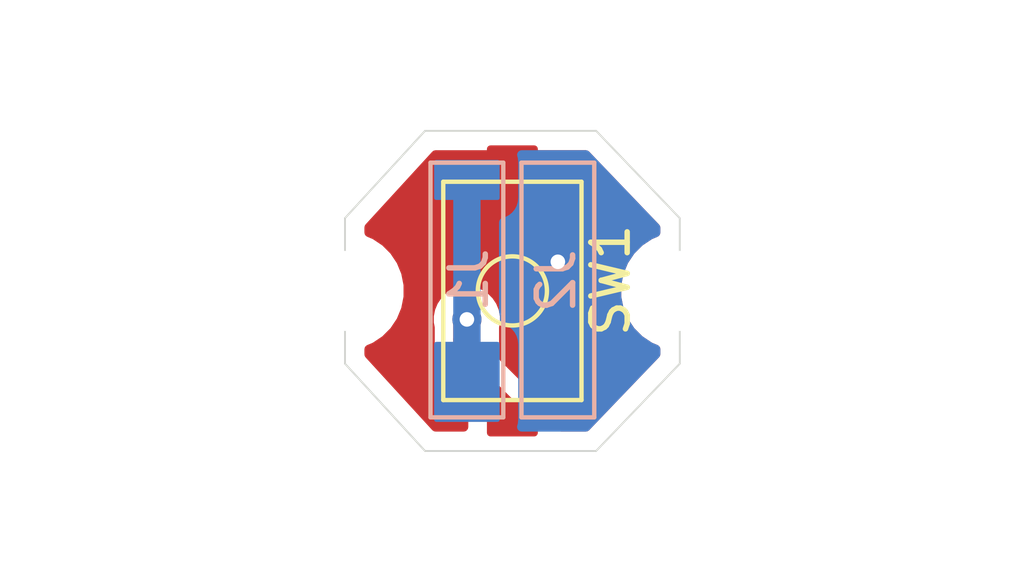
<source format=kicad_pcb>
(kicad_pcb (version 20171130) (host pcbnew "(5.1.4)-1")

  (general
    (thickness 1.6)
    (drawings 8)
    (tracks 12)
    (zones 0)
    (modules 5)
    (nets 3)
  )

  (page A4)
  (layers
    (0 F.Cu signal)
    (31 B.Cu signal)
    (32 B.Adhes user)
    (33 F.Adhes user)
    (34 B.Paste user)
    (35 F.Paste user)
    (36 B.SilkS user)
    (37 F.SilkS user)
    (38 B.Mask user)
    (39 F.Mask user)
    (40 Dwgs.User user)
    (41 Cmts.User user)
    (42 Eco1.User user)
    (43 Eco2.User user)
    (44 Edge.Cuts user)
    (45 Margin user)
    (46 B.CrtYd user)
    (47 F.CrtYd user)
    (48 B.Fab user)
    (49 F.Fab user)
  )

  (setup
    (last_trace_width 0.75)
    (trace_clearance 0.2)
    (zone_clearance 0.508)
    (zone_45_only no)
    (trace_min 0.2)
    (via_size 0.8)
    (via_drill 0.4)
    (via_min_size 0.4)
    (via_min_drill 0.3)
    (uvia_size 0.3)
    (uvia_drill 0.1)
    (uvias_allowed no)
    (uvia_min_size 0.2)
    (uvia_min_drill 0.1)
    (edge_width 0.05)
    (segment_width 0.2)
    (pcb_text_width 0.3)
    (pcb_text_size 1.5 1.5)
    (mod_edge_width 0.12)
    (mod_text_size 1 1)
    (mod_text_width 0.15)
    (pad_size 1.1 1.8)
    (pad_drill 0)
    (pad_to_mask_clearance 0.051)
    (solder_mask_min_width 0.25)
    (aux_axis_origin 0 0)
    (visible_elements 7FFFEFFF)
    (pcbplotparams
      (layerselection 0x00000_ffffffff)
      (usegerberextensions false)
      (usegerberattributes false)
      (usegerberadvancedattributes false)
      (creategerberjobfile false)
      (excludeedgelayer false)
      (linewidth 0.100000)
      (plotframeref false)
      (viasonmask false)
      (mode 1)
      (useauxorigin false)
      (hpglpennumber 1)
      (hpglpenspeed 20)
      (hpglpendiameter 15.000000)
      (psnegative false)
      (psa4output false)
      (plotreference true)
      (plotvalue true)
      (plotinvisibletext false)
      (padsonsilk false)
      (subtractmaskfromsilk false)
      (outputformat 4)
      (mirror false)
      (drillshape 2)
      (scaleselection 1)
      (outputdirectory "LayerMasks/"))
  )

  (net 0 "")
  (net 1 "Net-(J1-Pad1)")
  (net 2 GND)

  (net_class Default "This is the default net class."
    (clearance 0.2)
    (trace_width 0.75)
    (via_dia 0.8)
    (via_drill 0.4)
    (uvia_dia 0.3)
    (uvia_drill 0.1)
    (add_net GND)
    (add_net "Net-(J1-Pad1)")
  )

  (module MountingHole:MountingHole_2.2mm_M2 (layer F.Cu) (tedit 56D1B4CB) (tstamp 5EB6CE0D)
    (at 45.4 50)
    (descr "Mounting Hole 2.2mm, no annular, M2")
    (tags "mounting hole 2.2mm no annular m2")
    (attr virtual)
    (fp_text reference REF** (at 0 -3.2) (layer F.SilkS) hide
      (effects (font (size 1 1) (thickness 0.15)))
    )
    (fp_text value MountingHole_2.2mm_M2 (at 0 3.2) (layer F.Fab)
      (effects (font (size 1 1) (thickness 0.15)))
    )
    (fp_circle (center 0 0) (end 2.45 0) (layer F.CrtYd) (width 0.05))
    (fp_circle (center 0 0) (end 2.2 0) (layer Cmts.User) (width 0.15))
    (fp_text user %R (at 0.3 0) (layer F.Fab)
      (effects (font (size 1 1) (thickness 0.15)))
    )
    (pad 1 np_thru_hole circle (at 0 0) (size 2.2 2.2) (drill 2.2) (layers *.Cu *.Mask))
  )

  (module MountingHole:MountingHole_2.2mm_M2 (layer F.Cu) (tedit 56D1B4CB) (tstamp 5EB6CDAD)
    (at 54.6 50)
    (descr "Mounting Hole 2.2mm, no annular, M2")
    (tags "mounting hole 2.2mm no annular m2")
    (attr virtual)
    (fp_text reference REF** (at 0 -3.2) (layer F.SilkS) hide
      (effects (font (size 1 1) (thickness 0.15)))
    )
    (fp_text value MountingHole_2.2mm_M2 (at 0 3.2) (layer F.Fab)
      (effects (font (size 1 1) (thickness 0.15)))
    )
    (fp_circle (center 0 0) (end 2.45 0) (layer F.CrtYd) (width 0.05))
    (fp_circle (center 0 0) (end 2.2 0) (layer Cmts.User) (width 0.15))
    (fp_text user %R (at 0.3 0) (layer F.Fab)
      (effects (font (size 1 1) (thickness 0.15)))
    )
    (pad 1 np_thru_hole circle (at 0 0) (size 2.2 2.2) (drill 2.2) (layers *.Cu *.Mask))
  )

  (module TouchPointV1:AVX-709296001017006 (layer B.Cu) (tedit 5EB6C1AD) (tstamp 5E2B66D8)
    (at 48.75 49.725 270)
    (path /5E28D069)
    (fp_text reference J1 (at -0.025 -0.05 270) (layer B.SilkS)
      (effects (font (size 1 1) (thickness 0.15)) (justify mirror))
    )
    (fp_text value Conn_01x01_Female (at 0 5.17 270) (layer B.Fab)
      (effects (font (size 1 1) (thickness 0.15)) (justify mirror))
    )
    (fp_line (start 3.75 1) (end 3.75 -1) (layer B.SilkS) (width 0.12))
    (fp_line (start -3.25 1) (end 3.75 1) (layer B.SilkS) (width 0.12))
    (fp_line (start -3.25 -1) (end -3.25 1) (layer B.SilkS) (width 0.12))
    (fp_line (start -3.25 -1) (end 3.75 -1) (layer B.SilkS) (width 0.12))
    (pad 1 smd roundrect (at 2.775 0 180) (size 1.8 2.2) (layers B.Cu B.Paste B.Mask) (roundrect_rratio 0.034)
      (net 1 "Net-(J1-Pad1)"))
    (pad 1 smd roundrect (at -2.775 0 270) (size 1.1 1.8) (layers B.Cu B.Paste B.Mask) (roundrect_rratio 0.05)
      (net 1 "Net-(J1-Pad1)"))
    (model :Project:AVX-70-9296-001-017-006_70-9296-001-017-006.STEP
      (offset (xyz 3.8 0 0.8))
      (scale (xyz 1 1 1))
      (rotate (xyz 90 0 90))
    )
  )

  (module TouchPointV1:AVX-709296001017006 (layer B.Cu) (tedit 5EB6C1AD) (tstamp 5E2B66E2)
    (at 51.25 49.725 270)
    (path /5E28F79D)
    (fp_text reference J2 (at 0 0.05 90) (layer B.SilkS)
      (effects (font (size 1 1) (thickness 0.15)) (justify mirror))
    )
    (fp_text value Conn_01x01_Female (at 0 5.17 90) (layer B.Fab)
      (effects (font (size 1 1) (thickness 0.15)) (justify mirror))
    )
    (fp_line (start 3.75 1) (end 3.75 -1) (layer B.SilkS) (width 0.12))
    (fp_line (start -3.25 1) (end 3.75 1) (layer B.SilkS) (width 0.12))
    (fp_line (start -3.25 -1) (end -3.25 1) (layer B.SilkS) (width 0.12))
    (fp_line (start -3.25 -1) (end 3.75 -1) (layer B.SilkS) (width 0.12))
    (pad 1 smd roundrect (at 2.775 0 180) (size 1.8 2.2) (layers B.Cu B.Paste B.Mask) (roundrect_rratio 0.034)
      (net 2 GND))
    (pad 1 smd roundrect (at -2.775 0 270) (size 1.1 1.8) (layers B.Cu B.Paste B.Mask) (roundrect_rratio 0.05)
      (net 2 GND))
    (model :Project:AVX-70-9296-001-017-006_70-9296-001-017-006.STEP
      (offset (xyz 3.8 0 0.8))
      (scale (xyz 1 1 1))
      (rotate (xyz 90 0 90))
    )
  )

  (module TouchPointV1:CK-ATS2D1G_NC_LFS (layer F.Cu) (tedit 5EB6C21F) (tstamp 5E2B66ED)
    (at 50 50 90)
    (path /5E27658B)
    (attr smd)
    (fp_text reference SW1 (at 0.29 2.7 90) (layer F.SilkS)
      (effects (font (size 1 1) (thickness 0.15)))
    )
    (fp_text value SW_Push_Open (at 0 -2.78 90) (layer F.Fab)
      (effects (font (size 1 1) (thickness 0.15)))
    )
    (fp_line (start -3 -1.9) (end -3 1.9) (layer F.SilkS) (width 0.12))
    (fp_line (start 3 -1.9) (end -3 -1.9) (layer F.SilkS) (width 0.12))
    (fp_line (start 3 1.9) (end 3 -1.9) (layer F.SilkS) (width 0.12))
    (fp_line (start -3 1.9) (end 3 1.9) (layer F.SilkS) (width 0.12))
    (fp_circle (center 0 0) (end 0.95 0) (layer F.SilkS) (width 0.12))
    (pad 2 smd roundrect (at 3.5 0 90) (size 1 1.4) (layers F.Cu F.Paste F.Mask) (roundrect_rratio 0.1)
      (net 2 GND))
    (pad 1 smd roundrect (at -3.5 0 90) (size 1 1.4) (layers F.Cu F.Paste F.Mask) (roundrect_rratio 0.1)
      (net 1 "Net-(J1-Pad1)"))
    (model :Project:SwitchModel.STEP
      (offset (xyz 1.5 1.65 0))
      (scale (xyz 1 1 1))
      (rotate (xyz -90 0 0))
    )
  )

  (gr_line (start 54.600001 48.000001) (end 54.600739 52.000073) (layer Edge.Cuts) (width 0.05) (tstamp 5EB6CE1F))
  (gr_line (start 45.400001 48.000001) (end 45.399999 51.999999) (layer Edge.Cuts) (width 0.05) (tstamp 5EB6CE1E))
  (gr_line (start 52.3 45.6) (end 54.600001 48.000001) (layer Edge.Cuts) (width 0.05) (tstamp 5E2B6D55))
  (gr_line (start 45.400001 48.000001) (end 47.6 45.6) (layer Edge.Cuts) (width 0.05) (tstamp 5E2B6D4B))
  (gr_line (start 47.6 54.4) (end 45.399999 51.999999) (layer Edge.Cuts) (width 0.05) (tstamp 5E2B6D43))
  (gr_line (start 54.600739 52.000073) (end 52.3 54.4) (layer Edge.Cuts) (width 0.05) (tstamp 5E2B6D3C))
  (gr_line (start 52.3 54.4) (end 47.6 54.4) (layer Edge.Cuts) (width 0.05))
  (gr_line (start 52.3 45.6) (end 47.6 45.6) (layer Edge.Cuts) (width 0.05))

  (via (at 48.75 50.78318) (size 0.8) (drill 0.4) (layers F.Cu B.Cu) (net 1))
  (segment (start 48.75 52.5) (end 48.75 50.78318) (width 0.75) (layer B.Cu) (net 1))
  (segment (start 48.75 47) (end 48.75 50.78318) (width 0.75) (layer B.Cu) (net 1))
  (segment (start 50 53.5) (end 48.75 52.25) (width 0.75) (layer F.Cu) (net 1))
  (segment (start 48.75 52.25) (end 48.75 51.348865) (width 0.75) (layer F.Cu) (net 1))
  (segment (start 48.75 51.348865) (end 48.75 50.78318) (width 0.75) (layer F.Cu) (net 1))
  (via (at 51.25 49.2) (size 0.8) (drill 0.4) (layers F.Cu B.Cu) (net 2))
  (segment (start 51.25 48.634315) (end 51.25 49.2) (width 0.75) (layer F.Cu) (net 2))
  (segment (start 51.25 47.75) (end 51.25 48.634315) (width 0.75) (layer F.Cu) (net 2))
  (segment (start 50 46.5) (end 51.25 47.75) (width 0.75) (layer F.Cu) (net 2))
  (segment (start 51.25 52.55) (end 51.25 49.2) (width 0.75) (layer B.Cu) (net 2))
  (segment (start 51.25 47) (end 51.25 49.2) (width 0.75) (layer B.Cu) (net 2))

  (zone (net 2) (net_name GND) (layer F.Cu) (tstamp 5EB6CE57) (hatch edge 0.508)
    (connect_pads yes (clearance 0.508))
    (min_thickness 0.254)
    (fill yes (arc_segments 32) (thermal_gap 0.508) (thermal_bridge_width 0.508) (smoothing chamfer))
    (polygon
      (pts
        (xy 44.7 45) (xy 55.7 45) (xy 55.7 55.6) (xy 44.7 55.6)
      )
    )
    (filled_polygon
      (pts
        (xy 53.940051 48.265245) (xy 53.940075 48.395399) (xy 53.778169 48.462463) (xy 53.494002 48.652337) (xy 53.252337 48.894002)
        (xy 53.062463 49.178169) (xy 52.931675 49.493919) (xy 52.865 49.829117) (xy 52.865 50.170883) (xy 52.931675 50.506081)
        (xy 53.062463 50.821831) (xy 53.252337 51.105998) (xy 53.494002 51.347663) (xy 53.778169 51.537537) (xy 53.940666 51.604846)
        (xy 53.94069 51.734865) (xy 52.018427 53.74) (xy 51.338072 53.74) (xy 51.338072 53.1) (xy 51.32389 52.956009)
        (xy 51.28189 52.817552) (xy 51.213684 52.689949) (xy 51.121896 52.578104) (xy 51.010051 52.486316) (xy 50.882448 52.41811)
        (xy 50.743991 52.37611) (xy 50.6 52.361928) (xy 50.290284 52.361928) (xy 49.76 51.831645) (xy 49.76 51.010803)
        (xy 49.785 50.885119) (xy 49.785 50.681241) (xy 49.745226 50.481282) (xy 49.667205 50.292924) (xy 49.553937 50.123406)
        (xy 49.409774 49.979243) (xy 49.240256 49.865975) (xy 49.051898 49.787954) (xy 48.851939 49.74818) (xy 48.648061 49.74818)
        (xy 48.448102 49.787954) (xy 48.259744 49.865975) (xy 48.090226 49.979243) (xy 47.946063 50.123406) (xy 47.832795 50.292924)
        (xy 47.754774 50.481282) (xy 47.715 50.681241) (xy 47.715 50.885119) (xy 47.74 51.010803) (xy 47.74 51.398472)
        (xy 47.740001 51.398481) (xy 47.74 52.200391) (xy 47.735114 52.25) (xy 47.74 52.299607) (xy 47.754615 52.447993)
        (xy 47.812368 52.638379) (xy 47.906153 52.81384) (xy 48.032367 52.967633) (xy 48.070906 52.999261) (xy 48.661928 53.590284)
        (xy 48.661928 53.74) (xy 47.890335 53.74) (xy 46.059998 51.743269) (xy 46.059998 51.60457) (xy 46.221831 51.537537)
        (xy 46.505998 51.347663) (xy 46.747663 51.105998) (xy 46.937537 50.821831) (xy 47.068325 50.506081) (xy 47.135 50.170883)
        (xy 47.135 49.829117) (xy 47.068325 49.493919) (xy 46.937537 49.178169) (xy 46.747663 48.894002) (xy 46.505998 48.652337)
        (xy 46.221831 48.462463) (xy 46.060001 48.395431) (xy 46.060001 48.256729) (xy 47.890336 46.26) (xy 52.018358 46.26)
      )
    )
  )
  (zone (net 2) (net_name GND) (layer B.Cu) (tstamp 5EB6CE54) (hatch edge 0.508)
    (connect_pads yes (clearance 0.508))
    (min_thickness 0.254)
    (fill yes (arc_segments 32) (thermal_gap 0.508) (thermal_bridge_width 0.508) (smoothing chamfer))
    (polygon
      (pts
        (xy 44.7 45) (xy 55.7 45) (xy 55.7 55.6) (xy 44.7 55.6)
      )
    )
    (filled_polygon
      (pts
        (xy 53.940051 48.265245) (xy 53.940075 48.395399) (xy 53.778169 48.462463) (xy 53.494002 48.652337) (xy 53.252337 48.894002)
        (xy 53.062463 49.178169) (xy 52.931675 49.493919) (xy 52.865 49.829117) (xy 52.865 50.170883) (xy 52.931675 50.506081)
        (xy 53.062463 50.821831) (xy 53.252337 51.105998) (xy 53.494002 51.347663) (xy 53.778169 51.537537) (xy 53.940666 51.604846)
        (xy 53.94069 51.734865) (xy 52.018427 53.74) (xy 50.254985 53.74) (xy 50.274636 53.675221) (xy 50.288072 53.5388)
        (xy 50.288072 51.4612) (xy 50.274636 51.324779) (xy 50.234843 51.1936) (xy 50.170223 51.072705) (xy 50.08326 50.96674)
        (xy 49.977295 50.879777) (xy 49.8564 50.815157) (xy 49.785 50.793498) (xy 49.785 50.681241) (xy 49.76 50.555557)
        (xy 49.76 48.115719) (xy 49.860227 48.085315) (xy 49.98005 48.021268) (xy 50.085076 47.935076) (xy 50.171268 47.83005)
        (xy 50.235315 47.710227) (xy 50.274755 47.580212) (xy 50.288072 47.445) (xy 50.288072 46.455) (xy 50.274755 46.319788)
        (xy 50.256618 46.26) (xy 52.018358 46.26)
      )
    )
  )
)

</source>
